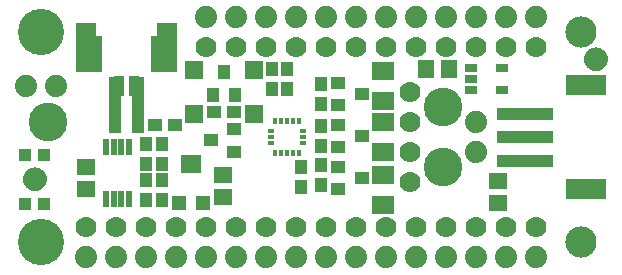
<source format=gbr>
G04 EAGLE Gerber RS-274X export*
G75*
%MOMM*%
%FSLAX34Y34*%
%LPD*%
%INSoldermask Top*%
%IPPOS*%
%AMOC8*
5,1,8,0,0,1.08239X$1,22.5*%
G01*
%ADD10C,3.276600*%
%ADD11C,2.641600*%
%ADD12C,3.911600*%
%ADD13C,1.879600*%
%ADD14R,1.001600X1.001600*%
%ADD15C,1.101600*%
%ADD16C,0.500000*%
%ADD17C,1.778000*%
%ADD18R,4.701600X1.101600*%
%ADD19R,3.501600X1.701600*%
%ADD20R,1.101600X4.701600*%
%ADD21R,1.701600X3.501600*%
%ADD22R,0.501600X1.401600*%
%ADD23R,1.101600X1.176600*%
%ADD24R,1.601600X1.341600*%
%ADD25R,1.701600X1.601600*%
%ADD26R,1.301600X1.301600*%
%ADD27R,0.901600X1.701600*%
%ADD28R,2.201600X3.101600*%
%ADD29R,1.091600X0.791600*%
%ADD30R,1.501600X1.501600*%
%ADD31R,1.101600X1.301600*%
%ADD32R,1.176600X1.101600*%
%ADD33R,1.301600X1.101600*%
%ADD34R,0.351600X0.601600*%
%ADD35R,0.601600X0.351600*%
%ADD36R,1.901600X1.501600*%
%ADD37R,1.341600X1.601600*%


D10*
X31750Y127000D03*
X365760Y139700D03*
X365760Y88900D03*
D11*
X482600Y203200D03*
X482600Y25400D03*
D12*
X25400Y203200D03*
X25400Y25400D03*
D13*
X165100Y215900D03*
X190500Y215900D03*
X215900Y215900D03*
X241300Y215900D03*
X266700Y215900D03*
X292100Y215900D03*
X317500Y215900D03*
X342900Y215900D03*
X368300Y215900D03*
X393700Y215900D03*
X419100Y215900D03*
X444500Y215900D03*
X165100Y12700D03*
X190500Y12700D03*
X215900Y12700D03*
X241300Y12700D03*
X266700Y12700D03*
X292100Y12700D03*
X317500Y12700D03*
X342900Y12700D03*
X368300Y12700D03*
X393700Y12700D03*
X419100Y12700D03*
X444500Y12700D03*
X139700Y12700D03*
X114300Y12700D03*
X88900Y12700D03*
X63500Y12700D03*
D14*
X12320Y99240D03*
X28320Y99240D03*
X28320Y58240D03*
X12320Y58240D03*
D15*
X495300Y180340D03*
D16*
X495300Y187840D02*
X495119Y187838D01*
X494938Y187831D01*
X494757Y187820D01*
X494576Y187805D01*
X494396Y187785D01*
X494216Y187761D01*
X494037Y187733D01*
X493859Y187700D01*
X493682Y187663D01*
X493505Y187622D01*
X493330Y187577D01*
X493155Y187527D01*
X492982Y187473D01*
X492811Y187415D01*
X492640Y187353D01*
X492472Y187286D01*
X492305Y187216D01*
X492139Y187142D01*
X491976Y187063D01*
X491815Y186981D01*
X491655Y186895D01*
X491498Y186805D01*
X491343Y186711D01*
X491190Y186614D01*
X491040Y186512D01*
X490892Y186408D01*
X490746Y186299D01*
X490604Y186188D01*
X490464Y186072D01*
X490327Y185954D01*
X490192Y185832D01*
X490061Y185707D01*
X489933Y185579D01*
X489808Y185448D01*
X489686Y185313D01*
X489568Y185176D01*
X489452Y185036D01*
X489341Y184894D01*
X489232Y184748D01*
X489128Y184600D01*
X489026Y184450D01*
X488929Y184297D01*
X488835Y184142D01*
X488745Y183985D01*
X488659Y183825D01*
X488577Y183664D01*
X488498Y183501D01*
X488424Y183335D01*
X488354Y183168D01*
X488287Y183000D01*
X488225Y182829D01*
X488167Y182658D01*
X488113Y182485D01*
X488063Y182310D01*
X488018Y182135D01*
X487977Y181958D01*
X487940Y181781D01*
X487907Y181603D01*
X487879Y181424D01*
X487855Y181244D01*
X487835Y181064D01*
X487820Y180883D01*
X487809Y180702D01*
X487802Y180521D01*
X487800Y180340D01*
X495300Y187840D02*
X495481Y187838D01*
X495662Y187831D01*
X495843Y187820D01*
X496024Y187805D01*
X496204Y187785D01*
X496384Y187761D01*
X496563Y187733D01*
X496741Y187700D01*
X496918Y187663D01*
X497095Y187622D01*
X497270Y187577D01*
X497445Y187527D01*
X497618Y187473D01*
X497789Y187415D01*
X497960Y187353D01*
X498128Y187286D01*
X498295Y187216D01*
X498461Y187142D01*
X498624Y187063D01*
X498785Y186981D01*
X498945Y186895D01*
X499102Y186805D01*
X499257Y186711D01*
X499410Y186614D01*
X499560Y186512D01*
X499708Y186408D01*
X499854Y186299D01*
X499996Y186188D01*
X500136Y186072D01*
X500273Y185954D01*
X500408Y185832D01*
X500539Y185707D01*
X500667Y185579D01*
X500792Y185448D01*
X500914Y185313D01*
X501032Y185176D01*
X501148Y185036D01*
X501259Y184894D01*
X501368Y184748D01*
X501472Y184600D01*
X501574Y184450D01*
X501671Y184297D01*
X501765Y184142D01*
X501855Y183985D01*
X501941Y183825D01*
X502023Y183664D01*
X502102Y183501D01*
X502176Y183335D01*
X502246Y183168D01*
X502313Y183000D01*
X502375Y182829D01*
X502433Y182658D01*
X502487Y182485D01*
X502537Y182310D01*
X502582Y182135D01*
X502623Y181958D01*
X502660Y181781D01*
X502693Y181603D01*
X502721Y181424D01*
X502745Y181244D01*
X502765Y181064D01*
X502780Y180883D01*
X502791Y180702D01*
X502798Y180521D01*
X502800Y180340D01*
X502798Y180159D01*
X502791Y179978D01*
X502780Y179797D01*
X502765Y179616D01*
X502745Y179436D01*
X502721Y179256D01*
X502693Y179077D01*
X502660Y178899D01*
X502623Y178722D01*
X502582Y178545D01*
X502537Y178370D01*
X502487Y178195D01*
X502433Y178022D01*
X502375Y177851D01*
X502313Y177680D01*
X502246Y177512D01*
X502176Y177345D01*
X502102Y177179D01*
X502023Y177016D01*
X501941Y176855D01*
X501855Y176695D01*
X501765Y176538D01*
X501671Y176383D01*
X501574Y176230D01*
X501472Y176080D01*
X501368Y175932D01*
X501259Y175786D01*
X501148Y175644D01*
X501032Y175504D01*
X500914Y175367D01*
X500792Y175232D01*
X500667Y175101D01*
X500539Y174973D01*
X500408Y174848D01*
X500273Y174726D01*
X500136Y174608D01*
X499996Y174492D01*
X499854Y174381D01*
X499708Y174272D01*
X499560Y174168D01*
X499410Y174066D01*
X499257Y173969D01*
X499102Y173875D01*
X498945Y173785D01*
X498785Y173699D01*
X498624Y173617D01*
X498461Y173538D01*
X498295Y173464D01*
X498128Y173394D01*
X497960Y173327D01*
X497789Y173265D01*
X497618Y173207D01*
X497445Y173153D01*
X497270Y173103D01*
X497095Y173058D01*
X496918Y173017D01*
X496741Y172980D01*
X496563Y172947D01*
X496384Y172919D01*
X496204Y172895D01*
X496024Y172875D01*
X495843Y172860D01*
X495662Y172849D01*
X495481Y172842D01*
X495300Y172840D01*
X495119Y172842D01*
X494938Y172849D01*
X494757Y172860D01*
X494576Y172875D01*
X494396Y172895D01*
X494216Y172919D01*
X494037Y172947D01*
X493859Y172980D01*
X493682Y173017D01*
X493505Y173058D01*
X493330Y173103D01*
X493155Y173153D01*
X492982Y173207D01*
X492811Y173265D01*
X492640Y173327D01*
X492472Y173394D01*
X492305Y173464D01*
X492139Y173538D01*
X491976Y173617D01*
X491815Y173699D01*
X491655Y173785D01*
X491498Y173875D01*
X491343Y173969D01*
X491190Y174066D01*
X491040Y174168D01*
X490892Y174272D01*
X490746Y174381D01*
X490604Y174492D01*
X490464Y174608D01*
X490327Y174726D01*
X490192Y174848D01*
X490061Y174973D01*
X489933Y175101D01*
X489808Y175232D01*
X489686Y175367D01*
X489568Y175504D01*
X489452Y175644D01*
X489341Y175786D01*
X489232Y175932D01*
X489128Y176080D01*
X489026Y176230D01*
X488929Y176383D01*
X488835Y176538D01*
X488745Y176695D01*
X488659Y176855D01*
X488577Y177016D01*
X488498Y177179D01*
X488424Y177345D01*
X488354Y177512D01*
X488287Y177680D01*
X488225Y177851D01*
X488167Y178022D01*
X488113Y178195D01*
X488063Y178370D01*
X488018Y178545D01*
X487977Y178722D01*
X487940Y178899D01*
X487907Y179077D01*
X487879Y179256D01*
X487855Y179436D01*
X487835Y179616D01*
X487820Y179797D01*
X487809Y179978D01*
X487802Y180159D01*
X487800Y180340D01*
D15*
X20320Y78740D03*
D16*
X20320Y86240D02*
X20139Y86238D01*
X19958Y86231D01*
X19777Y86220D01*
X19596Y86205D01*
X19416Y86185D01*
X19236Y86161D01*
X19057Y86133D01*
X18879Y86100D01*
X18702Y86063D01*
X18525Y86022D01*
X18350Y85977D01*
X18175Y85927D01*
X18002Y85873D01*
X17831Y85815D01*
X17660Y85753D01*
X17492Y85686D01*
X17325Y85616D01*
X17159Y85542D01*
X16996Y85463D01*
X16835Y85381D01*
X16675Y85295D01*
X16518Y85205D01*
X16363Y85111D01*
X16210Y85014D01*
X16060Y84912D01*
X15912Y84808D01*
X15766Y84699D01*
X15624Y84588D01*
X15484Y84472D01*
X15347Y84354D01*
X15212Y84232D01*
X15081Y84107D01*
X14953Y83979D01*
X14828Y83848D01*
X14706Y83713D01*
X14588Y83576D01*
X14472Y83436D01*
X14361Y83294D01*
X14252Y83148D01*
X14148Y83000D01*
X14046Y82850D01*
X13949Y82697D01*
X13855Y82542D01*
X13765Y82385D01*
X13679Y82225D01*
X13597Y82064D01*
X13518Y81901D01*
X13444Y81735D01*
X13374Y81568D01*
X13307Y81400D01*
X13245Y81229D01*
X13187Y81058D01*
X13133Y80885D01*
X13083Y80710D01*
X13038Y80535D01*
X12997Y80358D01*
X12960Y80181D01*
X12927Y80003D01*
X12899Y79824D01*
X12875Y79644D01*
X12855Y79464D01*
X12840Y79283D01*
X12829Y79102D01*
X12822Y78921D01*
X12820Y78740D01*
X20320Y86240D02*
X20501Y86238D01*
X20682Y86231D01*
X20863Y86220D01*
X21044Y86205D01*
X21224Y86185D01*
X21404Y86161D01*
X21583Y86133D01*
X21761Y86100D01*
X21938Y86063D01*
X22115Y86022D01*
X22290Y85977D01*
X22465Y85927D01*
X22638Y85873D01*
X22809Y85815D01*
X22980Y85753D01*
X23148Y85686D01*
X23315Y85616D01*
X23481Y85542D01*
X23644Y85463D01*
X23805Y85381D01*
X23965Y85295D01*
X24122Y85205D01*
X24277Y85111D01*
X24430Y85014D01*
X24580Y84912D01*
X24728Y84808D01*
X24874Y84699D01*
X25016Y84588D01*
X25156Y84472D01*
X25293Y84354D01*
X25428Y84232D01*
X25559Y84107D01*
X25687Y83979D01*
X25812Y83848D01*
X25934Y83713D01*
X26052Y83576D01*
X26168Y83436D01*
X26279Y83294D01*
X26388Y83148D01*
X26492Y83000D01*
X26594Y82850D01*
X26691Y82697D01*
X26785Y82542D01*
X26875Y82385D01*
X26961Y82225D01*
X27043Y82064D01*
X27122Y81901D01*
X27196Y81735D01*
X27266Y81568D01*
X27333Y81400D01*
X27395Y81229D01*
X27453Y81058D01*
X27507Y80885D01*
X27557Y80710D01*
X27602Y80535D01*
X27643Y80358D01*
X27680Y80181D01*
X27713Y80003D01*
X27741Y79824D01*
X27765Y79644D01*
X27785Y79464D01*
X27800Y79283D01*
X27811Y79102D01*
X27818Y78921D01*
X27820Y78740D01*
X27818Y78559D01*
X27811Y78378D01*
X27800Y78197D01*
X27785Y78016D01*
X27765Y77836D01*
X27741Y77656D01*
X27713Y77477D01*
X27680Y77299D01*
X27643Y77122D01*
X27602Y76945D01*
X27557Y76770D01*
X27507Y76595D01*
X27453Y76422D01*
X27395Y76251D01*
X27333Y76080D01*
X27266Y75912D01*
X27196Y75745D01*
X27122Y75579D01*
X27043Y75416D01*
X26961Y75255D01*
X26875Y75095D01*
X26785Y74938D01*
X26691Y74783D01*
X26594Y74630D01*
X26492Y74480D01*
X26388Y74332D01*
X26279Y74186D01*
X26168Y74044D01*
X26052Y73904D01*
X25934Y73767D01*
X25812Y73632D01*
X25687Y73501D01*
X25559Y73373D01*
X25428Y73248D01*
X25293Y73126D01*
X25156Y73008D01*
X25016Y72892D01*
X24874Y72781D01*
X24728Y72672D01*
X24580Y72568D01*
X24430Y72466D01*
X24277Y72369D01*
X24122Y72275D01*
X23965Y72185D01*
X23805Y72099D01*
X23644Y72017D01*
X23481Y71938D01*
X23315Y71864D01*
X23148Y71794D01*
X22980Y71727D01*
X22809Y71665D01*
X22638Y71607D01*
X22465Y71553D01*
X22290Y71503D01*
X22115Y71458D01*
X21938Y71417D01*
X21761Y71380D01*
X21583Y71347D01*
X21404Y71319D01*
X21224Y71295D01*
X21044Y71275D01*
X20863Y71260D01*
X20682Y71249D01*
X20501Y71242D01*
X20320Y71240D01*
X20139Y71242D01*
X19958Y71249D01*
X19777Y71260D01*
X19596Y71275D01*
X19416Y71295D01*
X19236Y71319D01*
X19057Y71347D01*
X18879Y71380D01*
X18702Y71417D01*
X18525Y71458D01*
X18350Y71503D01*
X18175Y71553D01*
X18002Y71607D01*
X17831Y71665D01*
X17660Y71727D01*
X17492Y71794D01*
X17325Y71864D01*
X17159Y71938D01*
X16996Y72017D01*
X16835Y72099D01*
X16675Y72185D01*
X16518Y72275D01*
X16363Y72369D01*
X16210Y72466D01*
X16060Y72568D01*
X15912Y72672D01*
X15766Y72781D01*
X15624Y72892D01*
X15484Y73008D01*
X15347Y73126D01*
X15212Y73248D01*
X15081Y73373D01*
X14953Y73501D01*
X14828Y73632D01*
X14706Y73767D01*
X14588Y73904D01*
X14472Y74044D01*
X14361Y74186D01*
X14252Y74332D01*
X14148Y74480D01*
X14046Y74630D01*
X13949Y74783D01*
X13855Y74938D01*
X13765Y75095D01*
X13679Y75255D01*
X13597Y75416D01*
X13518Y75579D01*
X13444Y75745D01*
X13374Y75912D01*
X13307Y76080D01*
X13245Y76251D01*
X13187Y76422D01*
X13133Y76595D01*
X13083Y76770D01*
X13038Y76945D01*
X12997Y77122D01*
X12960Y77299D01*
X12927Y77477D01*
X12899Y77656D01*
X12875Y77836D01*
X12855Y78016D01*
X12840Y78197D01*
X12829Y78378D01*
X12822Y78559D01*
X12820Y78740D01*
D17*
X165100Y190500D03*
X190500Y190500D03*
X215900Y190500D03*
X241300Y190500D03*
X266700Y190500D03*
X292100Y190500D03*
X317500Y190500D03*
X342900Y190500D03*
X368300Y190500D03*
X393700Y190500D03*
X419100Y190500D03*
X444500Y190500D03*
X444500Y38100D03*
X419100Y38100D03*
X393700Y38100D03*
X368300Y38100D03*
X342900Y38100D03*
X317500Y38100D03*
X292100Y38100D03*
X266700Y38100D03*
X241300Y38100D03*
X215900Y38100D03*
X190500Y38100D03*
X165100Y38100D03*
X139700Y38100D03*
X114300Y38100D03*
X88900Y38100D03*
X63500Y38100D03*
D18*
X435280Y134300D03*
X435280Y114300D03*
D19*
X487280Y158300D03*
X487280Y70300D03*
D18*
X435280Y94300D03*
D20*
X87790Y142070D03*
X107790Y142070D03*
D21*
X63790Y194070D03*
X131790Y194070D03*
D22*
X80420Y61820D03*
X86920Y61820D03*
X93420Y61820D03*
X99920Y61820D03*
X99920Y105820D03*
X93420Y105820D03*
X86920Y105820D03*
X80420Y105820D03*
D23*
X114300Y78350D03*
X114300Y61350D03*
X128270Y91830D03*
X128270Y108830D03*
X114300Y91830D03*
X114300Y108830D03*
D24*
X63500Y89510D03*
X63500Y70510D03*
D25*
X152400Y91430D03*
D26*
X142400Y58930D03*
X162400Y58930D03*
D23*
X128270Y78350D03*
X128270Y61350D03*
D27*
X104040Y157480D03*
X91540Y157480D03*
D28*
X129640Y184980D03*
X65940Y184980D03*
D29*
X389690Y173330D03*
X389690Y163830D03*
X389690Y154330D03*
X415590Y154330D03*
X415590Y173330D03*
D30*
X205740Y133900D03*
X205740Y170900D03*
X154940Y133900D03*
X154940Y170900D03*
D31*
X180340Y170020D03*
X189840Y150020D03*
X170840Y150020D03*
D32*
X171840Y135890D03*
X188840Y135890D03*
D33*
X169070Y111760D03*
X189070Y121260D03*
X189070Y102260D03*
D13*
X38100Y157480D03*
X12700Y157480D03*
D34*
X243680Y127800D03*
X238680Y127800D03*
X233680Y127800D03*
X228680Y127800D03*
X223680Y127800D03*
D35*
X220180Y119300D03*
X220180Y114300D03*
X220180Y109300D03*
D34*
X223680Y100800D03*
X228680Y100800D03*
X233680Y100800D03*
X238680Y100800D03*
X243680Y100800D03*
D35*
X247180Y109300D03*
X247180Y114300D03*
X247180Y119300D03*
D23*
X233680Y172330D03*
X233680Y155330D03*
X220980Y172330D03*
X220980Y155330D03*
D17*
X337820Y152400D03*
X337820Y127000D03*
X337820Y101600D03*
X337820Y76200D03*
D33*
X297020Y80010D03*
X277020Y70510D03*
X277020Y89510D03*
X297020Y115570D03*
X277020Y106070D03*
X277020Y125070D03*
X297020Y151130D03*
X277020Y141630D03*
X277020Y160630D03*
D23*
X262890Y124070D03*
X262890Y107070D03*
X262890Y159630D03*
X262890Y142630D03*
X262890Y91050D03*
X262890Y74050D03*
D13*
X393700Y127000D03*
X393700Y101600D03*
D36*
X314960Y144780D03*
X314960Y170180D03*
X314960Y101600D03*
X314960Y127000D03*
X314960Y82550D03*
X314960Y57150D03*
D24*
X179705Y82525D03*
X179705Y63525D03*
X412750Y58445D03*
X412750Y77445D03*
D37*
X351815Y172085D03*
X370815Y172085D03*
D23*
X245745Y89145D03*
X245745Y72145D03*
D32*
X139310Y124460D03*
X122310Y124460D03*
M02*

</source>
